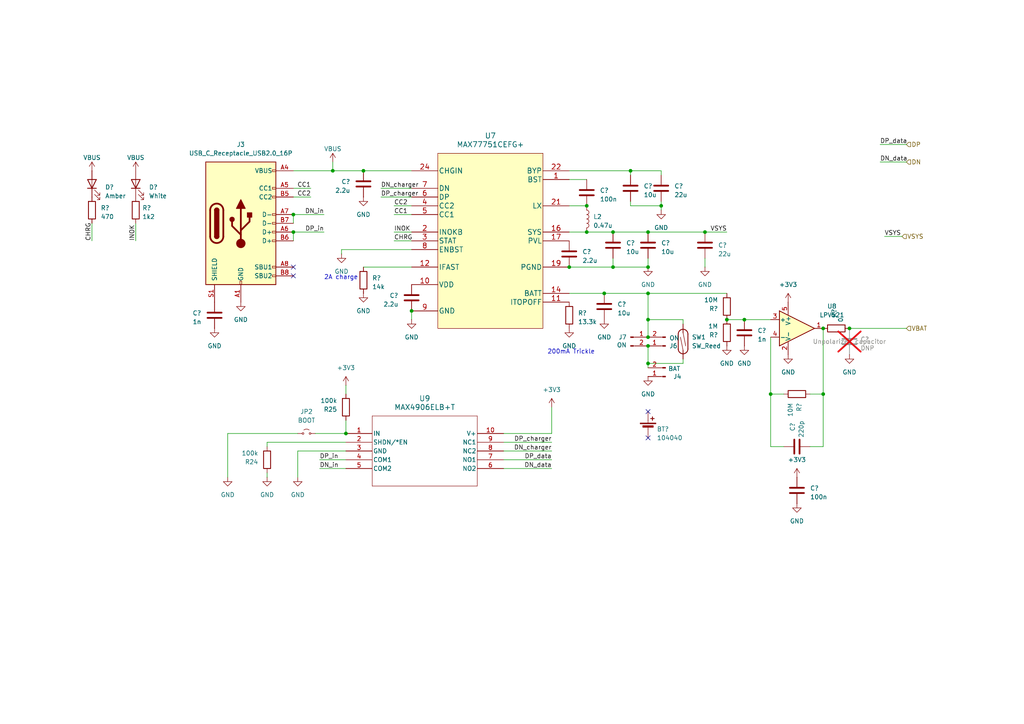
<source format=kicad_sch>
(kicad_sch (version 20250114) (generator "eeschema") (generator_version "9.0")
  (paper "A4")
  (lib_symbols
    (symbol "Connector:Conn_01x02_Pin" (pin_names (offset 1.016) (hide yes))
      (property "Reference" "J" (at 0 2.54 0))
      (property "Value" "Conn_01x02_Pin" (at 0 -5.08 0))
      (symbol "Conn_01x02_Pin_1_1"
        (rectangle (start 0.8636 0.127) (end 0 -0.127) (stroke (width 0.1524)) (fill (type outline)))
        (rectangle (start 0.8636 -2.413) (end 0 -2.667) (stroke (width 0.1524)) (fill (type outline)))
        (polyline (pts (xy 1.27 0) (xy 0.8636 0)) (stroke (width 0.1524)))
        (polyline (pts (xy 1.27 -2.54) (xy 0.8636 -2.54)) (stroke (width 0.1524)))
        (pin passive line (at 5.08 0 180) (length 3.81) (name "Pin_1") (number "1"))
        (pin passive line (at 5.08 -2.54 180) (length 3.81) (name "Pin_2") (number "2"))
      )
    )
    (symbol "Connector:USB_C_Receptacle_USB2.0_16P" (pin_names (offset 1.016))
      (property "Reference" "J" (at 0 22.225 0))
      (property "Value" "USB_C_Receptacle_USB2.0_16P" (at 0 19.685 0))
      (symbol "USB_C_Receptacle_USB2.0_16P_0_0"
        (rectangle (start -0.254 -17.78) (end 0.254 -16.764))
        (rectangle (start 10.16 15.494) (end 9.144 14.986))
        (rectangle (start 10.16 10.414) (end 9.144 9.906))
        (rectangle (start 10.16 7.874) (end 9.144 7.366))
        (rectangle (start 10.16 2.794) (end 9.144 2.286))
        (rectangle (start 10.16 0.254) (end 9.144 -0.254))
        (rectangle (start 10.16 -2.286) (end 9.144 -2.794))
        (rectangle (start 10.16 -4.826) (end 9.144 -5.334))
        (rectangle (start 10.16 -12.446) (end 9.144 -12.954))
        (rectangle (start 10.16 -14.986) (end 9.144 -15.494))
      )
      (symbol "USB_C_Receptacle_USB2.0_16P_0_1"
        (rectangle (start -10.16 17.78) (end 10.16 -17.78) (stroke (width 0.254)) (fill (type background)))
        (polyline (pts (xy -8.89 -3.81) (xy -8.89 3.81)) (stroke (width 0.508)))
        (rectangle (start -7.62 -3.81) (end -6.35 3.81) (stroke (width 0.254)) (fill (type outline)))
        (arc (start -7.62 3.81) (mid -6.985 4.4423) (end -6.35 3.81) (stroke (width 0.254)))
        (arc (start -7.62 3.81) (mid -6.985 4.4423) (end -6.35 3.81) (stroke (width 0.254)) (fill (type outline)))
        (arc (start -8.89 3.81) (mid -6.985 5.7067) (end -5.08 3.81) (stroke (width 0.508)))
        (arc (start -5.08 -3.81) (mid -6.985 -5.7067) (end -8.89 -3.81) (stroke (width 0.508)))
        (arc (start -6.35 -3.81) (mid -6.985 -4.4423) (end -7.62 -3.81) (stroke (width 0.254)))
        (arc (start -6.35 -3.81) (mid -6.985 -4.4423) (end -7.62 -3.81) (stroke (width 0.254)) (fill (type outline)))
        (polyline (pts (xy -5.08 3.81) (xy -5.08 -3.81)) (stroke (width 0.508)))
        (circle (center -2.54 1.143) (radius 0.635) (stroke (width 0.254)) (fill (type outline)))
        (polyline (pts (xy -1.27 4.318) (xy 0 6.858) (xy 1.27 4.318) (xy -1.27 4.318)) (stroke (width 0.254)) (fill (type outline)))
        (polyline (pts (xy 0 -2.032) (xy 2.54 0.508) (xy 2.54 1.778)) (stroke (width 0.508)))
        (polyline (pts (xy 0 -3.302) (xy -2.54 -0.762) (xy -2.54 0.508)) (stroke (width 0.508)))
        (polyline (pts (xy 0 -5.842) (xy 0 4.318)) (stroke (width 0.508)))
        (circle (center 0 -5.842) (radius 1.27) (fill (type outline)))
        (rectangle (start 1.905 1.778) (end 3.175 3.048) (stroke (width 0.254)) (fill (type outline)))
      )
      (symbol "USB_C_Receptacle_USB2.0_16P_1_1"
        (pin passive line (at -7.62 -22.86 90) (length 5.08) (name "SHIELD") (number "S1"))
        (pin passive line (at 0 -22.86 90) (length 5.08) (name "GND") (number "A1"))
        (pin passive line (at 0 -22.86 90) (length 5.08) (hide yes) (name "GND") (number "A12"))
        (pin passive line (at 0 -22.86 90) (length 5.08) (hide yes) (name "GND") (number "B1"))
        (pin passive line (at 0 -22.86 90) (length 5.08) (hide yes) (name "GND") (number "B12"))
        (pin passive line (at 15.24 15.24 180) (length 5.08) (name "VBUS") (number "A4"))
        (pin passive line (at 15.24 15.24 180) (length 5.08) (hide yes) (name "VBUS") (number "A9"))
        (pin passive line (at 15.24 15.24 180) (length 5.08) (hide yes) (name "VBUS") (number "B4"))
        (pin passive line (at 15.24 15.24 180) (length 5.08) (hide yes) (name "VBUS") (number "B9"))
        (pin bidirectional line (at 15.24 10.16 180) (length 5.08) (name "CC1") (number "A5"))
        (pin bidirectional line (at 15.24 7.62 180) (length 5.08) (name "CC2") (number "B5"))
        (pin bidirectional line (at 15.24 2.54 180) (length 5.08) (name "D-") (number "A7"))
        (pin bidirectional line (at 15.24 0 180) (length 5.08) (name "D-") (number "B7"))
        (pin bidirectional line (at 15.24 -2.54 180) (length 5.08) (name "D+") (number "A6"))
        (pin bidirectional line (at 15.24 -5.08 180) (length 5.08) (name "D+") (number "B6"))
        (pin bidirectional line (at 15.24 -12.7 180) (length 5.08) (name "SBU1") (number "A8"))
        (pin bidirectional line (at 15.24 -15.24 180) (length 5.08) (name "SBU2") (number "B8"))
      )
    )
    (symbol "Device:Battery_Cell" (pin_numbers (hide yes)) (pin_names (offset 0) (hide yes))
      (property "Reference" "BT" (at 2.54 2.54 0))
      (property "Value" "Battery_Cell" (at 2.54 0 0))
      (symbol "Battery_Cell_0_1"
        (rectangle (start -2.286 1.778) (end 2.286 1.524) (fill (type outline)))
        (rectangle (start -1.524 1.016) (end 1.524 0.508) (fill (type outline)))
        (polyline (pts (xy 0 1.778) (xy 0 2.54)))
        (polyline (pts (xy 0 0.762) (xy 0 0)))
        (polyline (pts (xy 0.762 3.048) (xy 1.778 3.048)) (stroke (width 0.254)))
        (polyline (pts (xy 1.27 3.556) (xy 1.27 2.54)) (stroke (width 0.254)))
      )
      (symbol "Battery_Cell_1_1"
        (pin passive line (at 0 5.08 270) (length 2.54) (name "+") (number "1"))
        (pin passive line (at 0 -2.54 90) (length 2.54) (name "-") (number "2"))
      )
    )
    (symbol "Device:C" (pin_numbers (hide yes)) (pin_names (offset 0.254))
      (property "Reference" "C" (at 0.635 2.54 0))
      (property "Value" "C" (at 0.635 -2.54 0))
      (symbol "C_0_1"
        (polyline (pts (xy -2.032 0.762) (xy 2.032 0.762)) (stroke (width 0.508)))
        (polyline (pts (xy -2.032 -0.762) (xy 2.032 -0.762)) (stroke (width 0.508)))
      )
      (symbol "C_1_1"
        (pin passive line (at 0 3.81 270) (length 2.794) (name "~") (number "1"))
        (pin passive line (at 0 -3.81 90) (length 2.794) (name "~") (number "2"))
      )
    )
    (symbol "Device:L" (pin_numbers (hide yes)) (pin_names (offset 1.016) (hide yes))
      (property "Reference" "L" (at -1.27 0 90))
      (property "Value" "L" (at 1.905 0 90))
      (symbol "L_0_1"
        (arc (start 0 2.54) (mid 0.6323 1.905) (end 0 1.27))
        (arc (start 0 1.27) (mid 0.6323 0.635) (end 0 0))
        (arc (start 0 0) (mid 0.6323 -0.635) (end 0 -1.27))
        (arc (start 0 -1.27) (mid 0.6323 -1.905) (end 0 -2.54))
      )
      (symbol "L_1_1"
        (pin passive line (at 0 3.81 270) (length 1.27) (name "1") (number "1"))
        (pin passive line (at 0 -3.81 90) (length 1.27) (name "2") (number "2"))
      )
    )
    (symbol "Device:LED" (pin_numbers (hide yes)) (pin_names (offset 1.016) (hide yes))
      (property "Reference" "D" (at 0 2.54 0))
      (property "Value" "LED" (at 0 -2.54 0))
      (symbol "LED_0_1"
        (polyline (pts (xy -3.048 -0.762) (xy -4.572 -2.286) (xy -3.81 -2.286) (xy -4.572 -2.286) (xy -4.572 -1.524)))
        (polyline (pts (xy -1.778 -0.762) (xy -3.302 -2.286) (xy -2.54 -2.286) (xy -3.302 -2.286) (xy -3.302 -1.524)))
        (polyline (pts (xy -1.27 0) (xy 1.27 0)))
        (polyline (pts (xy -1.27 -1.27) (xy -1.27 1.27)) (stroke (width 0.254)))
        (polyline (pts (xy 1.27 -1.27) (xy 1.27 1.27) (xy -1.27 0) (xy 1.27 -1.27)) (stroke (width 0.254)))
      )
      (symbol "LED_1_1"
        (pin passive line (at -3.81 0 0) (length 2.54) (name "K") (number "1"))
        (pin passive line (at 3.81 0 180) (length 2.54) (name "A") (number "2"))
      )
    )
    (symbol "Device:R" (pin_numbers (hide yes)) (pin_names (offset 0))
      (property "Reference" "R" (at 2.032 0 90))
      (property "Value" "R" (at 0 0 90))
      (symbol "R_0_1"
        (rectangle (start -1.016 -2.54) (end 1.016 2.54) (stroke (width 0.254)))
      )
      (symbol "R_1_1"
        (pin passive line (at 0 3.81 270) (length 1.27) (name "~") (number "1"))
        (pin passive line (at 0 -3.81 90) (length 1.27) (name "~") (number "2"))
      )
    )
    (symbol "Jumper:Jumper_2_Small_Open" (pin_numbers (hide yes)) (pin_names (offset 0) (hide yes))
      (property "Reference" "JP" (at 0 2.794 0))
      (property "Value" "Jumper_2_Small_Open" (at 0 -2.286 0))
      (symbol "Jumper_2_Small_Open_0_0"
        (circle (center -1.016 0) (radius 0.254))
        (circle (center 1.016 0) (radius 0.254))
      )
      (symbol "Jumper_2_Small_Open_0_1"
        (arc (start -0.762 1.0196) (mid 0 1.2729) (end 0.762 1.0196))
      )
      (symbol "Jumper_2_Small_Open_1_1"
        (pin passive line (at -2.54 0 0) (length 1.27) (name "A") (number "1"))
        (pin passive line (at 2.54 0 180) (length 1.27) (name "B") (number "2"))
      )
    )
    (symbol "Switch:SW_Reed" (pin_numbers (hide yes)) (pin_names (offset 0) (hide yes))
      (property "Reference" "SW" (at 0 2.54 0))
      (property "Value" "SW_Reed" (at 0 -2.54 0))
      (symbol "SW_Reed_0_0"
        (polyline (pts (xy -2.54 0) (xy 1.27 0.762)))
        (polyline (pts (xy -2.159 -1.397) (xy 2.286 -1.397)) (stroke (width 0.254)))
        (arc (start -2.159 -1.397) (mid -3.55 0) (end -2.159 1.397) (stroke (width 0.254)))
        (arc (start 2.159 1.397) (mid 3.55 0) (end 2.159 -1.397) (stroke (width 0.254)))
        (polyline (pts (xy 2.159 1.397) (xy -2.159 1.397)) (stroke (width 0.254)))
        (polyline (pts (xy 2.54 0) (xy -1.27 -0.762)))
      )
      (symbol "SW_Reed_1_1"
        (pin passive line (at -5.08 0 0) (length 2.54) (name "1") (number "1"))
        (pin passive line (at 5.08 0 180) (length 2.54) (name "2") (number "2"))
      )
    )
    (symbol "kicad-symbols:LPV521" (pin_names (offset 0.127))
      (property "Reference" "U" (at 0 7.62 0))
      (property "Value" "LPV521" (at 0 5.08 0))
      (symbol "LPV521_0_1"
        (polyline (pts (xy -5.08 5.08) (xy 5.08 0) (xy -5.08 -5.08) (xy -5.08 5.08)) (stroke (width 0.254)) (fill (type background)))
      )
      (symbol "LPV521_1_1"
        (pin input line (at -7.62 2.54 0) (length 2.54) (name "+") (number "3"))
        (pin input line (at -7.62 -2.54 0) (length 2.54) (name "-") (number "4"))
        (pin power_in line (at -2.54 7.62 270) (length 3.81) (name "V+") (number "5"))
        (pin power_in line (at -2.54 -7.62 90) (length 3.81) (name "V-") (number "2"))
        (pin output line (at 7.62 0 180) (length 2.54) (name "~") (number "1"))
      )
    )
    (symbol "kicad-symbols:MAX4906ELB+T" (pin_names (offset 0.254))
      (property "Reference" "U" (at 22.86 10.16 0))
      (property "Value" "MAX4906ELB+T" (at 22.86 7.62 0))
      (symbol "MAX4906ELB+T_0_1"
        (polyline (pts (xy 7.62 5.08) (xy 7.62 -15.24)) (stroke (width 0.127)))
        (polyline (pts (xy 7.62 -15.24) (xy 38.1 -15.24)) (stroke (width 0.127)))
        (polyline (pts (xy 38.1 5.08) (xy 7.62 5.08)) (stroke (width 0.127)))
        (polyline (pts (xy 38.1 -15.24) (xy 38.1 5.08)) (stroke (width 0.127)))
        (pin input line (at 0 0 0) (length 7.62) (name "IN") (number "1"))
        (pin input line (at 0 -2.54 0) (length 7.62) (name "SHDN/*EN") (number "2"))
        (pin power_in line (at 0 -5.08 0) (length 7.62) (name "GND") (number "3"))
        (pin unspecified line (at 0 -7.62 0) (length 7.62) (name "COM1") (number "4"))
        (pin unspecified line (at 0 -10.16 0) (length 7.62) (name "COM2") (number "5"))
        (pin power_in line (at 45.72 0 180) (length 7.62) (name "V+") (number "10"))
        (pin unspecified line (at 45.72 -2.54 180) (length 7.62) (name "NC1") (number "9"))
        (pin unspecified line (at 45.72 -5.08 180) (length 7.62) (name "NC2") (number "8"))
        (pin unspecified line (at 45.72 -7.62 180) (length 7.62) (name "NO1") (number "7"))
        (pin unspecified line (at 45.72 -10.16 180) (length 7.62) (name "NO2") (number "6"))
      )
    )
    (symbol "kicad-symbols:MAX77751xEFG+" (pin_names (offset 0.254))
      (property "Reference" "U" (at 2.54 30.48 0))
      (property "Value" "MAX77751CEFG+" (at 10.16 27.94 0))
      (symbol "MAX77751xEFG+_0_1"
        (rectangle (start -15.24 25.4) (end 15.24 -25.4) (fill (type background)))
      )
      (symbol "MAX77751xEFG+_1_1"
        (pin power_out line (at -22.86 20.32 0) (length 7.62) (hide yes) (name "CHGIN") (number "23"))
        (pin power_in line (at -22.86 20.32 0) (length 7.62) (name "CHGIN") (number "24"))
        (pin unspecified line (at -22.86 15.24 0) (length 7.62) (name "DN") (number "7"))
        (pin unspecified line (at -22.86 12.7 0) (length 7.62) (name "DP") (number "6"))
        (pin unspecified line (at -22.86 10.16 0) (length 7.62) (name "CC2") (number "4"))
        (pin unspecified line (at -22.86 7.62 0) (length 7.62) (name "CC1") (number "5"))
        (pin open_collector line (at -22.86 2.54 0) (length 7.62) (name "INOKB") (number "2"))
        (pin open_collector line (at -22.86 0 0) (length 7.62) (name "STAT") (number "3"))
        (pin input line (at -22.86 -2.54 0) (length 7.62) (name "ENBST") (number "8"))
        (pin unspecified line (at -22.86 -7.62 0) (length 7.62) (name "IFAST") (number "12"))
        (pin unspecified line (at -22.86 -12.7 0) (length 7.62) (name "VDD") (number "10"))
        (pin unspecified line (at -22.86 -20.32 0) (length 7.62) (name "GND") (number "9"))
        (pin output line (at 22.86 20.32 180) (length 7.62) (name "BYP") (number "22"))
        (pin unspecified line (at 22.86 17.78 180) (length 7.62) (name "BST") (number "1"))
        (pin unspecified line (at 22.86 10.16 180) (length 7.62) (hide yes) (name "LX") (number "20"))
        (pin unspecified line (at 22.86 10.16 180) (length 7.62) (name "LX") (number "21"))
        (pin power_out line (at 22.86 2.54 180) (length 7.62) (hide yes) (name "SYS") (number "15"))
        (pin power_out line (at 22.86 2.54 180) (length 7.62) (name "SYS") (number "16"))
        (pin output line (at 22.86 0 180) (length 7.62) (name "PVL") (number "17"))
        (pin unspecified line (at 22.86 -7.62 180) (length 7.62) (hide yes) (name "PGND") (number "18"))
        (pin unspecified line (at 22.86 -7.62 180) (length 7.62) (name "PGND") (number "19"))
        (pin unspecified line (at 22.86 -15.24 180) (length 7.62) (hide yes) (name "BATT") (number "13"))
        (pin unspecified line (at 22.86 -15.24 180) (length 7.62) (name "BATT") (number "14"))
        (pin unspecified line (at 22.86 -17.78 180) (length 7.62) (name "ITOPOFF") (number "11"))
      )
    )
    (symbol "power:+3V3" (power) (pin_numbers (hide yes)) (pin_names (offset 0) (hide yes))
      (property "Value" "+3V3" (at 0 3.556 0))
      (symbol "+3V3_0_1"
        (polyline (pts (xy -0.762 1.27) (xy 0 2.54)))
        (polyline (pts (xy 0 2.54) (xy 0.762 1.27)))
        (polyline (pts (xy 0 0) (xy 0 2.54)))
      )
      (symbol "+3V3_1_1"
        (pin power_in line (at 0 0 90) (length 0) (name "~") (number "1"))
      )
    )
    (symbol "power:GND" (power) (pin_numbers (hide yes)) (pin_names (offset 0) (hide yes))
      (property "Value" "GND" (at 0 -3.81 0))
      (symbol "GND_0_1"
        (polyline (pts (xy 0 0) (xy 0 -1.27) (xy 1.27 -1.27) (xy 0 -2.54) (xy -1.27 -1.27) (xy 0 -1.27)))
      )
      (symbol "GND_1_1"
        (pin power_in line (at 0 0 270) (length 0) (name "~") (number "1"))
      )
    )
    (symbol "power:VBUS" (power) (pin_numbers (hide yes)) (pin_names (offset 0) (hide yes))
      (property "Value" "VBUS" (at 0 3.556 0))
      (symbol "VBUS_0_1"
        (polyline (pts (xy -0.762 1.27) (xy 0 2.54)))
        (polyline (pts (xy 0 2.54) (xy 0.762 1.27)))
        (polyline (pts (xy 0 0) (xy 0 2.54)))
      )
      (symbol "VBUS_1_1"
        (pin power_in line (at 0 0 90) (length 0) (name "~") (number "1"))
      )
    )
  )
  (text "200mA Trickle" (at 158.75 102.87 0) (effects (font (size 1.27 1.27)) (justify left bottom)))
  (text "2A charge" (at 93.98 81.28 0) (effects (font (size 1.27 1.27)) (justify left bottom)))
  (junction (at 246.38 95.25))
  (junction (at 238.76 95.25))
  (junction (at 182.88 49.53))
  (junction (at 187.96 100.33))
  (junction (at 96.52 49.53))
  (junction (at 177.8 67.31))
  (junction (at 85.09 62.23))
  (junction (at 105.41 49.53))
  (junction (at 187.96 105.41))
  (junction (at 223.52 114.3))
  (junction (at 204.47 67.31))
  (junction (at 119.38 90.17))
  (junction (at 191.77 59.69))
  (junction (at 177.8 77.47))
  (junction (at 165.1 77.47))
  (junction (at 175.26 85.09))
  (junction (at 170.18 59.69))
  (junction (at 215.9 92.71))
  (junction (at 170.18 67.31))
  (junction (at 187.96 97.79))
  (junction (at 100.33 125.73))
  (junction (at 187.96 85.09))
  (junction (at 85.09 67.31))
  (junction (at 187.96 92.71))
  (junction (at 238.76 114.3))
  (junction (at 210.82 92.71))
  (junction (at 187.96 67.31))
  (junction (at 187.96 77.47))
  (no_connect (at 85.09 80.01))
  (no_connect (at 85.09 77.47))
  (no_connect (at 187.96 127))
  (no_connect (at 187.96 119.38))
  (wire (pts (xy 99.06 72.39) (xy 99.06 73.66)))
  (wire (pts (xy 191.77 59.69) (xy 191.77 58.42)))
  (wire (pts (xy 91.44 125.73) (xy 100.33 125.73)))
  (wire (pts (xy 223.52 129.54) (xy 223.52 114.3)))
  (wire (pts (xy 227.33 114.3) (xy 223.52 114.3)))
  (wire (pts (xy 256.54 68.58) (xy 261.62 68.58)))
  (wire (pts (xy 119.38 62.23) (xy 114.3 62.23)))
  (wire (pts (xy 238.76 129.54) (xy 238.76 114.3)))
  (wire (pts (xy 119.38 59.69) (xy 114.3 59.69)))
  (wire (pts (xy 246.38 95.25) (xy 262.89 95.25)))
  (wire (pts (xy 165.1 52.07) (xy 170.18 52.07)))
  (wire (pts (xy 187.96 77.47) (xy 187.96 74.93)))
  (wire (pts (xy 187.96 85.09) (xy 187.96 92.71)))
  (wire (pts (xy 191.77 49.53) (xy 191.77 50.8)))
  (wire (pts (xy 204.47 67.31) (xy 210.82 67.31)))
  (wire (pts (xy 92.71 133.35) (xy 100.33 133.35)))
  (wire (pts (xy 165.1 67.31) (xy 170.18 67.31)))
  (wire (pts (xy 119.38 72.39) (xy 99.06 72.39)))
  (wire (pts (xy 146.05 130.81) (xy 160.02 130.81)))
  (wire (pts (xy 26.67 69.85) (xy 26.67 64.77)))
  (wire (pts (xy 146.05 133.35) (xy 160.02 133.35)))
  (wire (pts (xy 114.3 69.85) (xy 119.38 69.85)))
  (wire (pts (xy 191.77 59.69) (xy 191.77 60.96)))
  (wire (pts (xy 175.26 85.09) (xy 187.96 85.09)))
  (wire (pts (xy 119.38 54.61) (xy 110.49 54.61)))
  (wire (pts (xy 100.33 111.76) (xy 100.33 114.3)))
  (wire (pts (xy 182.88 58.42) (xy 182.88 59.69)))
  (wire (pts (xy 77.47 138.43) (xy 77.47 137.16)))
  (wire (pts (xy 86.36 125.73) (xy 66.04 125.73)))
  (wire (pts (xy 100.33 130.81) (xy 86.36 130.81)))
  (wire (pts (xy 119.38 57.15) (xy 110.49 57.15)))
  (wire (pts (xy 234.95 114.3) (xy 238.76 114.3)))
  (wire (pts (xy 187.96 92.71) (xy 198.12 92.71)))
  (wire (pts (xy 234.95 129.54) (xy 238.76 129.54)))
  (wire (pts (xy 146.05 128.27) (xy 160.02 128.27)))
  (wire (pts (xy 92.71 135.89) (xy 100.33 135.89)))
  (wire (pts (xy 160.02 125.73) (xy 146.05 125.73)))
  (wire (pts (xy 255.27 41.91) (xy 262.89 41.91)))
  (wire (pts (xy 187.96 105.41) (xy 187.96 106.68)))
  (wire (pts (xy 165.1 49.53) (xy 182.88 49.53)))
  (wire (pts (xy 165.1 59.69) (xy 170.18 59.69)))
  (wire (pts (xy 119.38 67.31) (xy 114.3 67.31)))
  (wire (pts (xy 182.88 59.69) (xy 191.77 59.69)))
  (wire (pts (xy 105.41 77.47) (xy 119.38 77.47)))
  (wire (pts (xy 227.33 129.54) (xy 223.52 129.54)))
  (wire (pts (xy 77.47 128.27) (xy 77.47 129.54)))
  (wire (pts (xy 170.18 67.31) (xy 177.8 67.31)))
  (wire (pts (xy 177.8 74.93) (xy 177.8 77.47)))
  (wire (pts (xy 177.8 77.47) (xy 187.96 77.47)))
  (wire (pts (xy 160.02 118.11) (xy 160.02 125.73)))
  (wire (pts (xy 165.1 85.09) (xy 175.26 85.09)))
  (wire (pts (xy 187.96 92.71) (xy 187.96 97.79)))
  (wire (pts (xy 187.96 67.31) (xy 204.47 67.31)))
  (wire (pts (xy 119.38 92.71) (xy 119.38 90.17)))
  (wire (pts (xy 215.9 92.71) (xy 223.52 92.71)))
  (wire (pts (xy 85.09 67.31) (xy 85.09 69.85)))
  (wire (pts (xy 182.88 49.53) (xy 182.88 50.8)))
  (wire (pts (xy 210.82 92.71) (xy 215.9 92.71)))
  (wire (pts (xy 223.52 97.79) (xy 223.52 114.3)))
  (wire (pts (xy 182.88 49.53) (xy 191.77 49.53)))
  (wire (pts (xy 96.52 46.99) (xy 96.52 49.53)))
  (wire (pts (xy 85.09 54.61) (xy 90.17 54.61)))
  (wire (pts (xy 204.47 74.93) (xy 204.47 77.47)))
  (wire (pts (xy 198.12 104.14) (xy 198.12 105.41)))
  (wire (pts (xy 96.52 49.53) (xy 105.41 49.53)))
  (wire (pts (xy 165.1 77.47) (xy 177.8 77.47)))
  (wire (pts (xy 198.12 92.71) (xy 198.12 93.98)))
  (wire (pts (xy 238.76 95.25) (xy 238.76 114.3)))
  (wire (pts (xy 86.36 130.81) (xy 86.36 138.43)))
  (wire (pts (xy 177.8 67.31) (xy 187.96 67.31)))
  (wire (pts (xy 105.41 49.53) (xy 119.38 49.53)))
  (wire (pts (xy 187.96 85.09) (xy 210.82 85.09)))
  (wire (pts (xy 85.09 67.31) (xy 93.98 67.31)))
  (wire (pts (xy 146.05 135.89) (xy 160.02 135.89)))
  (wire (pts (xy 187.96 100.33) (xy 187.96 105.41)))
  (wire (pts (xy 187.96 105.41) (xy 198.12 105.41)))
  (wire (pts (xy 66.04 125.73) (xy 66.04 138.43)))
  (wire (pts (xy 100.33 128.27) (xy 77.47 128.27)))
  (wire (pts (xy 85.09 49.53) (xy 96.52 49.53)))
  (wire (pts (xy 100.33 121.92) (xy 100.33 125.73)))
  (wire (pts (xy 39.37 64.77) (xy 39.37 69.85)))
  (wire (pts (xy 85.09 57.15) (xy 90.17 57.15)))
  (wire (pts (xy 85.09 62.23) (xy 85.09 64.77)))
  (wire (pts (xy 85.09 62.23) (xy 93.98 62.23)))
  (wire (pts (xy 255.27 46.99) (xy 262.89 46.99)))
  (label "DP_in" (at 93.98 67.31 180))
  (label "DP_data" (at 160.02 133.35 180))
  (label "INOK" (at 39.37 69.85 90))
  (label "DP_charger" (at 160.02 128.27 180))
  (label "DN_in" (at 93.98 62.23 180))
  (label "DN_data" (at 160.02 135.89 180))
  (label "CC1" (at 90.17 54.61 180))
  (label "CC1" (at 114.3 62.23 0))
  (label "DN_data" (at 255.27 46.99 0))
  (label "CC2" (at 90.17 57.15 180))
  (label "DN_in" (at 92.71 135.89 0))
  (label "VSYS" (at 256.54 68.58 0))
  (label "CC2" (at 114.3 59.69 0))
  (label "DN_charger" (at 160.02 130.81 180))
  (label "INOK" (at 114.3 67.31 0))
  (label "DN_charger" (at 110.49 54.61 0))
  (label "CHRG" (at 26.67 69.85 90))
  (label "VSYS" (at 210.82 67.31 180))
  (label "DP_data" (at 255.27 41.91 0))
  (label "CHRG" (at 114.3 69.85 0))
  (label "DP_charger" (at 110.49 57.15 0))
  (label "DP_in" (at 92.71 133.35 0))
  (hierarchical_label "DN" (shape input) (at 262.89 46.99 0))
  (hierarchical_label "VSYS" (shape input) (at 261.62 68.58 0))
  (hierarchical_label "DP" (shape input) (at 262.89 41.91 0))
  (hierarchical_label "VBAT" (shape input) (at 262.89 95.25 0))
  (symbol (lib_id "Device:C") (at 175.26 88.9 0) (unit 1)
    (property "Reference" "C26" (at 179.07 88.265 0) (effects (justify left)))
    (property "Value" "10u" (at 179.07 90.805 0) (effects (justify left)))
    (property "Footprint" "Capacitor_SMD:C_0805_2012Metric" (effects (hide yes)))
    (property "Description" "Unpolarized capacitor" (effects (hide yes)))
    (property "Voltage" "16" (effects (hide yes)))
    (property "Mouser" "187-CL21A106KOQNNNE" (effects (hide yes)))
    (instances (project "BatteryBank" (path "" (reference "C?") (unit 1))) (project "Base" (path "" (reference "C?") (unit 1)) (path "" (reference "C12") (unit 1))) (project "pebble" (path "" (reference "C26") (unit 1))))
  )
  (symbol (lib_id "Device:Battery_Cell") (at 187.96 124.46 0) (unit 1) (on_board no)
    (property "Reference" "BT1" (at 190.5 124.46 0) (effects (justify left)))
    (property "Value" "104040" (at 190.5 127 0) (effects (justify left)))
    (property "Footprint" "Connector_JST:JST_PH_S2B-PH-SM4-TB_1x02-1MP_P2.00mm_Horizontal" (effects (hide yes)))
    (property "Description" "Single-cell battery" (effects (hide yes)))
    (instances (project "BatteryBank" (path "" (reference "BT?") (unit 1))) (project "Base" (path "" (reference "BT?") (unit 1)) (path "" (reference "BT1") (unit 1))) (project "pebble" (path "" (reference "BT1") (unit 1))))
  )
  (symbol (lib_id "Device:R") (at 77.47 133.35 180) (unit 1)
    (property "Reference" "R24" (at 74.93 133.985 0) (effects (justify left)))
    (property "Value" "100k" (at 74.93 131.445 0) (effects (justify left)))
    (property "Footprint" "Resistor_SMD:R_0402_1005Metric" (effects (hide yes)))
    (property "Description" "Resistor" (effects (hide yes)))
    (property "Mouser" "603-AC0402FR-071ML" (effects (hide yes)))
  )
  (symbol (lib_id "power:GND") (at 191.77 60.96 0) (unit 1)
    (property "Reference" "#PWR0196" (effects (hide yes)))
    (property "Value" "GND" (at 191.77 66.04 0))
    (property "Description" "Power symbol creates a global label with name \"GND\" , ground" (effects (hide yes)))
  )
  (symbol (lib_id "Device:R") (at 210.82 88.9 180) (unit 1)
    (property "Reference" "R18" (at 208.28 89.535 0) (effects (justify left)))
    (property "Value" "10M" (at 208.28 86.995 0) (effects (justify left)))
    (property "Footprint" "Resistor_SMD:R_0402_1005Metric" (effects (hide yes)))
    (property "Description" "Resistor" (effects (hide yes)))
    (property "Mouser" "603-AC0402FR-0710ML" (effects (hide yes)))
    (instances (project "BatteryBank" (path "" (reference "R?") (unit 1))) (project "Base" (path "" (reference "R?") (unit 1)) (path "" (reference "R9") (unit 1))) (project "pebble" (path "" (reference "R18") (unit 1))))
  )
  (symbol (lib_id "Device:LED") (at 39.37 53.34 90) (unit 1)
    (property "Reference" "D74" (at 43.18 54.2925 90) (effects (justify right)))
    (property "Value" "White" (at 43.18 56.8325 90) (effects (justify right)))
    (property "Footprint" "LED_SMD:LED_0603_1608Metric" (effects (hide yes)))
    (property "Description" "Light emitting diode" (effects (hide yes)))
    (property "Mouser" "78-VLMW1300-GS08" (effects (hide yes)))
    (property "Sim.Pins" "1=K 2=A" (effects (hide yes)))
    (instances (project "BatteryBank" (path "" (reference "D?") (unit 1))) (project "Base" (path "" (reference "D?") (unit 1)) (path "" (reference "D3") (unit 1))) (project "pebble" (path "" (reference "D74") (unit 1))))
  )
  (symbol (lib_id "kicad-symbols:LPV521") (at 231.14 95.25 0) (unit 1)
    (property "Reference" "U8" (at 241.3 88.8298 0))
    (property "Value" "LPV521" (at 241.3 91.3698 0))
    (property "Footprint" "Package_TO_SOT_SMD:SOT-23-5" (effects (hide yes)))
    (property "Datasheet" "https://www.ti.com/lit/ds/symlink/lpv521.pdf" (effects (hide yes)))
    (property "Description" "Low Power Single Operational Amplifier, SOT-23-5" (effects (hide yes)))
  )
  (symbol (lib_id "power:VBUS") (at 26.67 49.53 0) (unit 1)
    (property "Reference" "#PWR0183" (effects (hide yes)))
    (property "Value" "VBUS" (at 26.67 45.72 0))
    (property "Description" "Power symbol creates a global label with name \"VBUS\"" (effects (hide yes)))
    (instances (project "BatteryBank" (path "" (reference "#PWR?") (unit 1))) (project "Base" (path "" (reference "#PWR?") (unit 1)) (path "" (reference "#PWR06") (unit 1))) (project "pebble" (path "" (reference "#PWR0183") (unit 1))))
  )
  (symbol (lib_id "power:GND") (at 86.36 138.43 0) (unit 1)
    (property "Reference" "#PWR0208" (effects (hide yes)))
    (property "Value" "GND" (at 86.36 143.51 0))
    (property "Description" "Power symbol creates a global label with name \"GND\" , ground" (effects (hide yes)))
  )
  (symbol (lib_id "power:GND") (at 62.23 95.25 0) (unit 1)
    (property "Reference" "#PWR0185" (effects (hide yes)))
    (property "Value" "GND" (at 62.23 100.33 0))
    (property "Description" "Power symbol creates a global label with name \"GND\" , ground" (effects (hide yes)))
  )
  (symbol (lib_id "Device:C") (at 246.38 99.06 0) (unit 1) (dnp yes)
    (property "Reference" "C35" (at 249.555 98.425 0) (effects (justify left)))
    (property "Value" "DNP" (at 249.555 100.965 0) (effects (justify left)))
    (property "Footprint" "Capacitor_SMD:C_0402_1005Metric" (effects (hide yes)))
    (property "Description" "Unpolarized capacitor" (at 246.38 99.06 0))
    (property "Voltage" "25V" (effects (hide yes)))
    (instances (project "BatteryBank" (path "" (reference "C?") (unit 1))) (project "Base" (path "" (reference "C?") (unit 1)) (path "" (reference "C19") (unit 1))) (project "pebble" (path "" (reference "C35") (unit 1))))
  )
  (symbol (lib_id "power:GND") (at 77.47 138.43 0) (unit 1)
    (property "Reference" "#PWR0209" (effects (hide yes)))
    (property "Value" "GND" (at 77.47 143.51 0))
    (property "Description" "Power symbol creates a global label with name \"GND\" , ground" (effects (hide yes)))
  )
  (symbol (lib_id "Device:R") (at 231.14 114.3 270) (unit 1)
    (property "Reference" "R20" (at 231.775 116.84 0) (effects (justify left)))
    (property "Value" "10M" (at 229.235 116.84 0) (effects (justify left)))
    (property "Footprint" "Resistor_SMD:R_0402_1005Metric" (effects (hide yes)))
    (property "Description" "Resistor" (effects (hide yes)))
    (property "Mouser" "603-AC0402FR-0710ML" (effects (hide yes)))
    (instances (project "BatteryBank" (path "" (reference "R?") (unit 1))) (project "Base" (path "" (reference "R?") (unit 1)) (path "" (reference "R11") (unit 1))) (project "pebble" (path "" (reference "R20") (unit 1))))
  )
  (symbol (lib_id "Device:C") (at 204.47 71.12 0) (unit 1)
    (property "Reference" "C31" (at 208.28 71.12 0) (effects (justify left)))
    (property "Value" "22u" (at 208.28 73.66 0) (effects (justify left)))
    (property "Footprint" "Capacitor_SMD:C_0805_2012Metric" (effects (hide yes)))
    (property "Description" "Unpolarized capacitor" (effects (hide yes)))
    (property "Voltage" "16" (effects (hide yes)))
    (property "Mouser" "187-CL21A226MOQNNNE" (effects (hide yes)))
    (instances (project "BatteryBank" (path "" (reference "C?") (unit 1))) (project "Base" (path "" (reference "C?") (unit 1)) (path "" (reference "C16") (unit 1))) (project "pebble" (path "" (reference "C31") (unit 1))))
  )
  (symbol (lib_id "Connector:Conn_01x02_Pin") (at 193.04 109.22 180) (unit 1)
    (property "Reference" "J4" (at 196.469 109.22 0))
    (property "Value" "BAT" (at 195.58 106.934 0))
    (property "Footprint" "Connector_PinHeader_1.27mm:PinHeader_1x02_P1.27mm_Vertical" (effects (hide yes)))
    (property "Description" "Generic connector, single row, 01x02, script generated" (effects (hide yes)))
  )
  (symbol (lib_id "Device:C") (at 182.88 54.61 0) (unit 1)
    (property "Reference" "C28" (at 186.69 53.975 0) (effects (justify left)))
    (property "Value" "10u" (at 186.69 56.515 0) (effects (justify left)))
    (property "Footprint" "Capacitor_SMD:C_0805_2012Metric" (effects (hide yes)))
    (property "Description" "Unpolarized capacitor" (effects (hide yes)))
    (property "Voltage" "16" (effects (hide yes)))
    (property "Mouser" "187-CL21A106KOQNNNE" (effects (hide yes)))
    (instances (project "BatteryBank" (path "" (reference "C?") (unit 1))) (project "Base" (path "" (reference "C?") (unit 1)) (path "" (reference "C10") (unit 1))) (project "pebble" (path "" (reference "C28") (unit 1))))
  )
  (symbol (lib_id "Device:R") (at 165.1 91.44 0) (unit 1)
    (property "Reference" "R17" (at 167.64 90.805 0) (effects (justify left)))
    (property "Value" "13.3k" (at 167.64 93.345 0) (effects (justify left)))
    (property "Footprint" "Resistor_SMD:R_0402_1005Metric" (effects (hide yes)))
    (property "Description" "Resistor" (effects (hide yes)))
    (property "Mouser" "603-RC0402FR-0713K3L" (effects (hide yes)))
    (instances (project "BatteryBank" (path "" (reference "R?") (unit 1))) (project "Base" (path "" (reference "R?") (unit 1)) (path "" (reference "R8") (unit 1))) (project "pebble" (path "" (reference "R17") (unit 1))))
  )
  (symbol (lib_id "power:GND") (at 187.96 109.22 0) (unit 1)
    (property "Reference" "#PWR0195" (effects (hide yes)))
    (property "Value" "GND" (at 187.96 114.3 0))
    (property "Description" "Power symbol creates a global label with name \"GND\" , ground" (effects (hide yes)))
  )
  (symbol (lib_id "Device:C") (at 105.41 53.34 0) (mirror y) (unit 1)
    (property "Reference" "C22" (at 101.6 52.705 0) (effects (justify left)))
    (property "Value" "2.2u" (at 101.6 55.245 0) (effects (justify left)))
    (property "Footprint" "Capacitor_SMD:C_0402_1005Metric" (effects (hide yes)))
    (property "Description" "Unpolarized capacitor" (effects (hide yes)))
    (property "Voltage" "16" (effects (hide yes)))
    (property "Mouser" "346-CM05X5R225M16AH" (effects (hide yes)))
    (instances (project "BatteryBank" (path "" (reference "C?") (unit 1))) (project "Base" (path "" (reference "C?") (unit 1)) (path "" (reference "C5") (unit 1))) (project "pebble" (path "" (reference "C22") (unit 1))))
  )
  (symbol (lib_id "Device:C") (at 231.14 129.54 270) (unit 1)
    (property "Reference" "C33" (at 229.87 123.825 0))
    (property "Value" "220p" (at 232.41 124.46 0))
    (property "Footprint" "Capacitor_SMD:C_0402_1005Metric" (effects (hide yes)))
    (property "Description" "Unpolarized capacitor" (effects (hide yes)))
    (property "Voltage" "25V" (effects (hide yes)))
    (instances (project "BatteryBank" (path "" (reference "C?") (unit 1))) (project "Base" (path "" (reference "C?") (unit 1)) (path "" (reference "C18") (unit 1))) (project "pebble" (path "" (reference "C33") (unit 1))))
  )
  (symbol (lib_id "power:GND") (at 105.41 85.09 0) (unit 1)
    (property "Reference" "#PWR0190" (effects (hide yes)))
    (property "Value" "GND" (at 105.41 90.17 0))
    (property "Description" "Power symbol creates a global label with name \"GND\" , ground" (effects (hide yes)))
  )
  (symbol (lib_id "power:VBUS") (at 96.52 46.99 0) (unit 1)
    (property "Reference" "#PWR0187" (effects (hide yes)))
    (property "Value" "VBUS" (at 96.52 43.18 0))
    (property "Description" "Power symbol creates a global label with name \"VBUS\"" (effects (hide yes)))
    (instances (project "BatteryBank" (path "" (reference "#PWR?") (unit 1))) (project "Base" (path "" (reference "#PWR?") (unit 1)) (path "" (reference "#PWR010") (unit 1))) (project "pebble" (path "" (reference "#PWR0187") (unit 1))))
  )
  (symbol (lib_id "Device:LED") (at 26.67 53.34 90) (unit 1)
    (property "Reference" "D73" (at 30.48 54.2925 90) (effects (justify right)))
    (property "Value" "Amber" (at 30.48 56.8325 90) (effects (justify right)))
    (property "Footprint" "LED_SMD:LED_0603_1608Metric" (effects (hide yes)))
    (property "Description" "Light emitting diode" (effects (hide yes)))
    (property "Mouser" "710-150060AS75000" (effects (hide yes)))
    (property "Sim.Pins" "1=K 2=A" (effects (hide yes)))
    (instances (project "BatteryBank" (path "" (reference "D?") (unit 1))) (project "Base" (path "" (reference "D?") (unit 1)) (path "" (reference "D2") (unit 1))) (project "pebble" (path "" (reference "D73") (unit 1))))
  )
  (symbol (lib_id "power:GND") (at 175.26 92.71 0) (unit 1)
    (property "Reference" "#PWR0193" (effects (hide yes)))
    (property "Value" "GND" (at 175.26 97.79 0))
    (property "Description" "Power symbol creates a global label with name \"GND\" , ground" (effects (hide yes)))
  )
  (symbol (lib_id "Jumper:Jumper_2_Small_Open") (at 88.9 125.73 0) (unit 1)
    (property "Reference" "JP2" (at 88.9 119.38 0))
    (property "Value" "BOOT" (at 88.9 121.92 0))
    (property "Footprint" "TestPoint:TestPoint_2Pads_Pitch2.54mm_Drill0.8mm" (effects (hide yes)))
    (property "Description" "Jumper, 2-pole, small symbol, open" (effects (hide yes)))
  )
  (symbol (lib_id "Switch:SW_Reed") (at 198.12 99.06 270) (unit 1)
    (property "Reference" "SW1" (at 200.66 97.7899 90) (effects (justify left)))
    (property "Value" "SW_Reed" (at 200.66 100.3299 90) (effects (justify left)))
    (property "Footprint" "kicad-symbols:59170-1-S-00-D" (effects (hide yes)))
    (property "Description" "reed switch" (effects (hide yes)))
  )
  (symbol (lib_id "kicad-symbols:MAX77751xEFG+") (at 142.24 69.85 0) (unit 1)
    (property "Reference" "U7" (at 142.24 39.37 0) (effects (font (size 1.524 1.524))))
    (property "Value" "MAX77751CEFG+" (at 142.24 41.91 0) (effects (font (size 1.524 1.524))))
    (property "Footprint" "kicad-symbols:MAX77751CEFG+" (effects (hide yes)))
    (property "Datasheet" "https://www.analog.com/media/en/technical-documentation/data-sheets/MAX77751.pdf" (effects (hide yes)))
    (property "Description" "3.15A USB Type-C Autonomous Charger for 1-Cell Li+ Batteries" (effects (hide yes)))
  )
  (symbol (lib_id "Connector:Conn_01x02_Pin") (at 193.04 100.33 180) (unit 1)
    (property "Reference" "J6" (at 195.326 100.33 0))
    (property "Value" "ON" (at 195.58 98.044 0))
    (property "Footprint" "Connector_PinHeader_1.27mm:PinHeader_1x02_P1.27mm_Vertical" (effects (hide yes)))
    (property "Description" "Generic connector, single row, 01x02, script generated" (effects (hide yes)))
  )
  (symbol (lib_id "power:GND") (at 119.38 92.71 0) (unit 1)
    (property "Reference" "#PWR0191" (effects (hide yes)))
    (property "Value" "GND" (at 119.38 97.79 0))
    (property "Description" "Power symbol creates a global label with name \"GND\" , ground" (effects (hide yes)))
  )
  (symbol (lib_id "Device:R") (at 100.33 118.11 180) (unit 1)
    (property "Reference" "R25" (at 97.79 118.745 0) (effects (justify left)))
    (property "Value" "100k" (at 97.79 116.205 0) (effects (justify left)))
    (property "Footprint" "Resistor_SMD:R_0402_1005Metric" (effects (hide yes)))
    (property "Description" "Resistor" (effects (hide yes)))
    (property "Mouser" "603-AC0402FR-071ML" (effects (hide yes)))
  )
  (symbol (lib_id "power:VBUS") (at 39.37 49.53 0) (unit 1)
    (property "Reference" "#PWR0184" (effects (hide yes)))
    (property "Value" "VBUS" (at 39.37 45.72 0))
    (property "Description" "Power symbol creates a global label with name \"VBUS\"" (effects (hide yes)))
    (instances (project "BatteryBank" (path "" (reference "#PWR?") (unit 1))) (project "Base" (path "" (reference "#PWR?") (unit 1)) (path "" (reference "#PWR07") (unit 1))) (project "pebble" (path "" (reference "#PWR0184") (unit 1))))
  )
  (symbol (lib_id "power:+3V3") (at 231.14 138.43 0) (unit 1)
    (property "Reference" "#PWR0202" (effects (hide yes)))
    (property "Value" "+3V3" (at 231.14 133.35 0))
    (property "Description" "Power symbol creates a global label with name \"+3V3\"" (effects (hide yes)))
  )
  (symbol (lib_id "Device:C") (at 62.23 91.44 0) (mirror y) (unit 1)
    (property "Reference" "C21" (at 58.42 90.805 0) (effects (justify left)))
    (property "Value" "1n" (at 58.42 93.345 0) (effects (justify left)))
    (property "Footprint" "Capacitor_SMD:C_1206_3216Metric" (effects (hide yes)))
    (property "Description" "Unpolarized capacitor" (effects (hide yes)))
    (property "Mouser" "80-C1206C102KGR" (effects (hide yes)))
    (property "Voltage" "2000" (effects (hide yes)))
    (instances (project "BatteryBank" (path "" (reference "C?") (unit 1))) (project "Base" (path "" (reference "C?") (unit 1)) (path "" (reference "C4") (unit 1))) (project "pebble" (path "" (reference "C21") (unit 1))))
  )
  (symbol (lib_id "Device:R") (at 210.82 96.52 180) (unit 1)
    (property "Reference" "R19" (at 208.28 97.155 0) (effects (justify left)))
    (property "Value" "1M" (at 208.28 94.615 0) (effects (justify left)))
    (property "Footprint" "Resistor_SMD:R_0402_1005Metric" (effects (hide yes)))
    (property "Description" "Resistor" (effects (hide yes)))
    (property "Mouser" "603-AC0402FR-071ML" (effects (hide yes)))
    (instances (project "BatteryBank" (path "" (reference "R?") (unit 1))) (project "Base" (path "" (reference "R?") (unit 1)) (path "" (reference "R10") (unit 1))) (project "pebble" (path "" (reference "R19") (unit 1))))
  )
  (symbol (lib_id "Device:C") (at 165.1 73.66 0) (unit 1)
    (property "Reference" "C24" (at 168.91 73.025 0) (effects (justify left)))
    (property "Value" "2.2u" (at 168.91 75.565 0) (effects (justify left)))
    (property "Footprint" "Capacitor_SMD:C_0402_1005Metric" (effects (hide yes)))
    (property "Description" "Unpolarized capacitor" (effects (hide yes)))
    (property "Voltage" "16" (effects (hide yes)))
    (property "Mouser" "346-CM05X5R225M16AH" (effects (hide yes)))
    (instances (project "BatteryBank" (path "" (reference "C?") (unit 1))) (project "Base" (path "" (reference "C?") (unit 1)) (path "" (reference "C8") (unit 1))) (project "pebble" (path "" (reference "C24") (unit 1))))
  )
  (symbol (lib_id "kicad-symbols:MAX4906ELB+T") (at 100.33 125.73 0) (unit 1)
    (property "Reference" "U9" (at 123.19 115.57 0) (effects (font (size 1.524 1.524))))
    (property "Value" "MAX4906ELB+T" (at 123.19 118.11 0) (effects (font (size 1.524 1.524))))
    (property "Footprint" "kicad-symbols:21-0164_L1022&plus_1_MXM" (effects (hide yes)))
    (property "Datasheet" "MAX4906ELB+T" (effects (hide yes)))
  )
  (symbol (lib_id "power:GND") (at 246.38 102.87 0) (unit 1)
    (property "Reference" "#PWR0204" (effects (hide yes)))
    (property "Value" "GND" (at 246.38 107.95 0))
    (property "Description" "Power symbol creates a global label with name \"GND\" , ground" (effects (hide yes)))
  )
  (symbol (lib_id "power:GND") (at 165.1 95.25 0) (unit 1)
    (property "Reference" "#PWR0192" (effects (hide yes)))
    (property "Value" "GND" (at 165.1 100.33 0))
    (property "Description" "Power symbol creates a global label with name \"GND\" , ground" (effects (hide yes)))
  )
  (symbol (lib_id "Connector:USB_C_Receptacle_USB2.0_16P") (at 69.85 64.77 0) (unit 1)
    (property "Reference" "J3" (at 69.85 41.91 0))
    (property "Value" "USB_C_Receptacle_USB2.0_16P" (at 69.85 44.45 0))
    (property "Footprint" "Connector_USB:USB_C_Receptacle_G-Switch_GT-USB-7051x" (effects (hide yes)))
    (property "Datasheet" "https://www.usb.org/sites/default/files/documents/usb_type-c.zip" (effects (hide yes)))
    (property "Description" "USB 2.0-only 16P Type-C Receptacle connector" (effects (hide yes)))
  )
  (symbol (lib_id "power:GND") (at 204.47 77.47 0) (unit 1)
    (property "Reference" "#PWR0197" (effects (hide yes)))
    (property "Value" "GND" (at 204.47 82.55 0))
    (property "Description" "Power symbol creates a global label with name \"GND\" , ground" (effects (hide yes)))
  )
  (symbol (lib_id "Device:R") (at 242.57 95.25 270) (unit 1)
    (property "Reference" "R21" (at 241.935 89.535 0) (effects (justify left)))
    (property "Value" "0" (at 243.84 92.075 0) (effects (justify left)))
    (property "Footprint" "Resistor_SMD:R_0402_1005Metric" (effects (hide yes)))
    (property "Description" "Resistor" (effects (hide yes)))
    (instances (project "BatteryBank" (path "" (reference "R?") (unit 1))) (project "Base" (path "" (reference "R?") (unit 1)) (path "" (reference "R12") (unit 1))) (project "pebble" (path "" (reference "R21") (unit 1))))
  )
  (symbol (lib_id "power:GND") (at 210.82 100.33 0) (unit 1)
    (property "Reference" "#PWR0198" (effects (hide yes)))
    (property "Value" "GND" (at 210.82 105.41 0))
    (property "Description" "Power symbol creates a global label with name \"GND\" , ground" (effects (hide yes)))
  )
  (symbol (lib_id "power:GND") (at 99.06 73.66 0) (unit 1)
    (property "Reference" "#PWR0188" (effects (hide yes)))
    (property "Value" "GND" (at 99.06 78.74 0))
    (property "Description" "Power symbol creates a global label with name \"GND\" , ground" (effects (hide yes)))
  )
  (symbol (lib_id "power:GND") (at 69.85 87.63 0) (unit 1)
    (property "Reference" "#PWR0186" (effects (hide yes)))
    (property "Value" "GND" (at 69.85 92.71 0))
    (property "Description" "Power symbol creates a global label with name \"GND\" , ground" (effects (hide yes)))
  )
  (symbol (lib_id "Device:C") (at 215.9 96.52 0) (unit 1)
    (property "Reference" "C32" (at 219.71 95.885 0) (effects (justify left)))
    (property "Value" "1n" (at 219.71 98.425 0) (effects (justify left)))
    (property "Footprint" "Capacitor_SMD:C_0402_1005Metric" (effects (hide yes)))
    (property "Description" "Unpolarized capacitor" (effects (hide yes)))
    (property "Voltage" "25V" (effects (hide yes)))
    (instances (project "BatteryBank" (path "" (reference "C?") (unit 1))) (project "Base" (path "" (reference "C?") (unit 1)) (path "" (reference "C17") (unit 1))) (project "pebble" (path "" (reference "C32") (unit 1))))
  )
  (symbol (lib_id "Device:C") (at 191.77 54.61 0) (unit 1)
    (property "Reference" "C30" (at 195.58 53.975 0) (effects (justify left)))
    (property "Value" "22u" (at 195.58 56.515 0) (effects (justify left)))
    (property "Footprint" "Capacitor_SMD:C_0805_2012Metric" (effects (hide yes)))
    (property "Description" "Unpolarized capacitor" (effects (hide yes)))
    (property "Voltage" "16" (effects (hide yes)))
    (property "Mouser" "187-CL21A226MOQNNNE" (effects (hide yes)))
    (instances (project "BatteryBank" (path "" (reference "C?") (unit 1))) (project "Base" (path "" (reference "C?") (unit 1)) (path "" (reference "C14") (unit 1))) (project "pebble" (path "" (reference "C30") (unit 1))))
  )
  (symbol (lib_id "power:GND") (at 105.41 57.15 0) (unit 1)
    (property "Reference" "#PWR0189" (effects (hide yes)))
    (property "Value" "GND" (at 105.41 62.23 0))
    (property "Description" "Power symbol creates a global label with name \"GND\" , ground" (effects (hide yes)))
  )
  (symbol (lib_id "power:GND") (at 187.96 77.47 0) (unit 1)
    (property "Reference" "#PWR0194" (effects (hide yes)))
    (property "Value" "GND" (at 187.96 82.55 0))
    (property "Description" "Power symbol creates a global label with name \"GND\" , ground" (effects (hide yes)))
  )
  (symbol (lib_id "Device:R") (at 26.67 60.96 0) (unit 1)
    (property "Reference" "R14" (at 29.21 60.325 0) (effects (justify left)))
    (property "Value" "470" (at 29.21 62.865 0) (effects (justify left)))
    (property "Footprint" "Resistor_SMD:R_0402_1005Metric" (effects (hide yes)))
    (property "Description" "Resistor" (effects (hide yes)))
    (instances (project "BatteryBank" (path "" (reference "R?") (unit 1))) (project "Base" (path "" (reference "R?") (unit 1)) (path "" (reference "R2") (unit 1))) (project "pebble" (path "" (reference "R14") (unit 1))))
  )
  (symbol (lib_id "power:+3V3") (at 100.33 111.76 0) (unit 1)
    (property "Reference" "#PWR0212" (effects (hide yes)))
    (property "Value" "+3V3" (at 100.33 106.68 0))
    (property "Description" "Power symbol creates a global label with name \"+3V3\"" (effects (hide yes)))
  )
  (symbol (lib_id "power:GND") (at 215.9 100.33 0) (unit 1)
    (property "Reference" "#PWR0199" (effects (hide yes)))
    (property "Value" "GND" (at 215.9 105.41 0))
    (property "Description" "Power symbol creates a global label with name \"GND\" , ground" (effects (hide yes)))
  )
  (symbol (lib_id "Device:C") (at 187.96 71.12 0) (unit 1)
    (property "Reference" "C29" (at 191.77 70.485 0) (effects (justify left)))
    (property "Value" "10u" (at 191.77 73.025 0) (effects (justify left)))
    (property "Footprint" "Capacitor_SMD:C_0805_2012Metric" (effects (hide yes)))
    (property "Description" "Unpolarized capacitor" (effects (hide yes)))
    (property "Voltage" "16" (effects (hide yes)))
    (property "Mouser" "187-CL21A106KOQNNNE" (effects (hide yes)))
    (instances (project "BatteryBank" (path "" (reference "C?") (unit 1))) (project "Base" (path "" (reference "C?") (unit 1)) (path "" (reference "C15") (unit 1))) (project "pebble" (path "" (reference "C29") (unit 1))))
  )
  (symbol (lib_id "power:+3V3") (at 228.6 87.63 0) (unit 1)
    (property "Reference" "#PWR0200" (effects (hide yes)))
    (property "Value" "+3V3" (at 228.6 82.55 0))
    (property "Description" "Power symbol creates a global label with name \"+3V3\"" (effects (hide yes)))
  )
  (symbol (lib_id "Device:R") (at 39.37 60.96 0) (unit 1)
    (property "Reference" "R15" (at 41.275 60.325 0) (effects (justify left)))
    (property "Value" "1k2" (at 41.275 62.865 0) (effects (justify left)))
    (property "Footprint" "Resistor_SMD:R_0402_1005Metric" (effects (hide yes)))
    (property "Description" "Resistor" (effects (hide yes)))
    (instances (project "BatteryBank" (path "" (reference "R?") (unit 1))) (project "Base" (path "" (reference "R?") (unit 1)) (path "" (reference "R3") (unit 1))) (project "pebble" (path "" (reference "R15") (unit 1))))
  )
  (symbol (lib_id "Device:R") (at 105.41 81.28 0) (unit 1)
    (property "Reference" "R16" (at 107.95 80.645 0) (effects (justify left)))
    (property "Value" "14k" (at 107.95 83.185 0) (effects (justify left)))
    (property "Footprint" "Resistor_SMD:R_0402_1005Metric" (effects (hide yes)))
    (property "Description" "Resistor" (effects (hide yes)))
    (property "Mouser" "603-AC0402FR-0714KL" (effects (hide yes)))
    (instances (project "BatteryBank" (path "" (reference "R?") (unit 1))) (project "Base" (path "" (reference "R?") (unit 1)) (path "" (reference "R4") (unit 1))) (project "pebble" (path "" (reference "R16") (unit 1))))
  )
  (symbol (lib_id "power:GND") (at 228.6 102.87 0) (unit 1)
    (property "Reference" "#PWR0201" (effects (hide yes)))
    (property "Value" "GND" (at 228.6 107.95 0))
    (property "Description" "Power symbol creates a global label with name \"GND\" , ground" (effects (hide yes)))
  )
  (symbol (lib_id "power:GND") (at 231.14 146.05 0) (unit 1)
    (property "Reference" "#PWR0203" (effects (hide yes)))
    (property "Value" "GND" (at 231.14 151.13 0))
    (property "Description" "Power symbol creates a global label with name \"GND\" , ground" (effects (hide yes)))
  )
  (symbol (lib_id "Device:L") (at 170.18 63.5 0) (unit 1)
    (property "Reference" "L4" (at 172.085 62.865 0) (effects (justify left)))
    (property "Value" "0.47u" (at 172.085 65.405 0) (effects (justify left)))
    (property "Footprint" "kicad-symbols:IND_SRP2512TMA_BRN" (effects (hide yes)))
    (property "Description" "Inductor" (effects (hide yes)))
    (property "Mouser" "652-SRP2512TMA-R47M" (effects (hide yes)))
    (instances (project "Base" (path "" (reference "L2") (unit 1))) (project "pebble" (path "" (reference "L4") (unit 1))))
  )
  (symbol (lib_id "Device:C") (at 231.14 142.24 0) (unit 1)
    (property "Reference" "C34" (at 234.95 141.605 0) (effects (justify left)))
    (property "Value" "100n" (at 234.95 144.145 0) (effects (justify left)))
    (property "Footprint" "Capacitor_SMD:C_0402_1005Metric" (effects (hide yes)))
    (property "Description" "Unpolarized capacitor" (effects (hide yes)))
    (property "Voltage" "25V" (effects (hide yes)))
    (instances (project "BatteryBank" (path "" (reference "C?") (unit 1))) (project "Base" (path "" (reference "C1") (unit 1)) (path "" (reference "C?") (unit 1)) (path "" (reference "C26") (unit 1))) (project "pebble" (path "" (reference "C34") (unit 1))))
  )
  (symbol (lib_id "Device:C") (at 119.38 86.36 0) (mirror y) (unit 1)
    (property "Reference" "C23" (at 115.57 85.725 0) (effects (justify left)))
    (property "Value" "2.2u" (at 115.57 88.265 0) (effects (justify left)))
    (property "Footprint" "Capacitor_SMD:C_0402_1005Metric" (effects (hide yes)))
    (property "Description" "Unpolarized capacitor" (effects (hide yes)))
    (property "Voltage" "16" (effects (hide yes)))
    (property "Mouser" "346-CM05X5R225M16AH" (effects (hide yes)))
    (instances (project "BatteryBank" (path "" (reference "C?") (unit 1))) (project "Base" (path "" (reference "C?") (unit 1)) (path "" (reference "C6") (unit 1))) (project "pebble" (path "" (reference "C23") (unit 1))))
  )
  (symbol (lib_id "power:GND") (at 66.04 138.43 0) (unit 1)
    (property "Reference" "#PWR0211" (effects (hide yes)))
    (property "Value" "GND" (at 66.04 143.51 0))
    (property "Description" "Power symbol creates a global label with name \"GND\" , ground" (effects (hide yes)))
  )
  (symbol (lib_id "Device:C") (at 170.18 55.88 0) (unit 1)
    (property "Reference" "C25" (at 173.99 55.245 0) (effects (justify left)))
    (property "Value" "100n" (at 173.99 57.785 0) (effects (justify left)))
    (property "Footprint" "Capacitor_SMD:C_0402_1005Metric" (effects (hide yes)))
    (property "Description" "Unpolarized capacitor" (effects (hide yes)))
    (property "Voltage" "25V" (effects (hide yes)))
    (instances (project "BatteryBank" (path "" (reference "C?") (unit 1))) (project "Base" (path "" (reference "C?") (unit 1)) (path "" (reference "C11") (unit 1))) (project "pebble" (path "" (reference "C25") (unit 1))))
  )
  (symbol (lib_id "Device:C") (at 177.8 71.12 0) (unit 1)
    (property "Reference" "C27" (at 181.61 70.485 0) (effects (justify left)))
    (property "Value" "10u" (at 181.61 73.025 0) (effects (justify left)))
    (property "Footprint" "Capacitor_SMD:C_0805_2012Metric" (effects (hide yes)))
    (property "Description" "Unpolarized capacitor" (effects (hide yes)))
    (property "Voltage" "16" (effects (hide yes)))
    (property "Mouser" "187-CL21A106KOQNNNE" (effects (hide yes)))
    (instances (project "BatteryBank" (path "" (reference "C?") (unit 1))) (project "Base" (path "" (reference "C?") (unit 1)) (path "" (reference "C13") (unit 1))) (project "pebble" (path "" (reference "C27") (unit 1))))
  )
  (symbol (lib_id "power:+3V3") (at 160.02 118.11 0) (unit 1)
    (property "Reference" "#PWR0210" (effects (hide yes)))
    (property "Value" "+3V3" (at 160.02 113.03 0))
    (property "Description" "Power symbol creates a global label with name \"+3V3\"" (effects (hide yes)))
  )
  (symbol (lib_id "Connector:Conn_01x02_Pin") (at 182.88 97.79 0) (unit 1)
    (property "Reference" "J7" (at 180.594 97.79 0))
    (property "Value" "ON" (at 180.34 100.076 0))
    (property "Footprint" "Connector_PinHeader_1.27mm:PinHeader_1x02_P1.27mm_Vertical" (effects (hide yes)))
    (property "Description" "Generic connector, single row, 01x02, script generated" (effects (hide yes)))
  )
)
</source>
